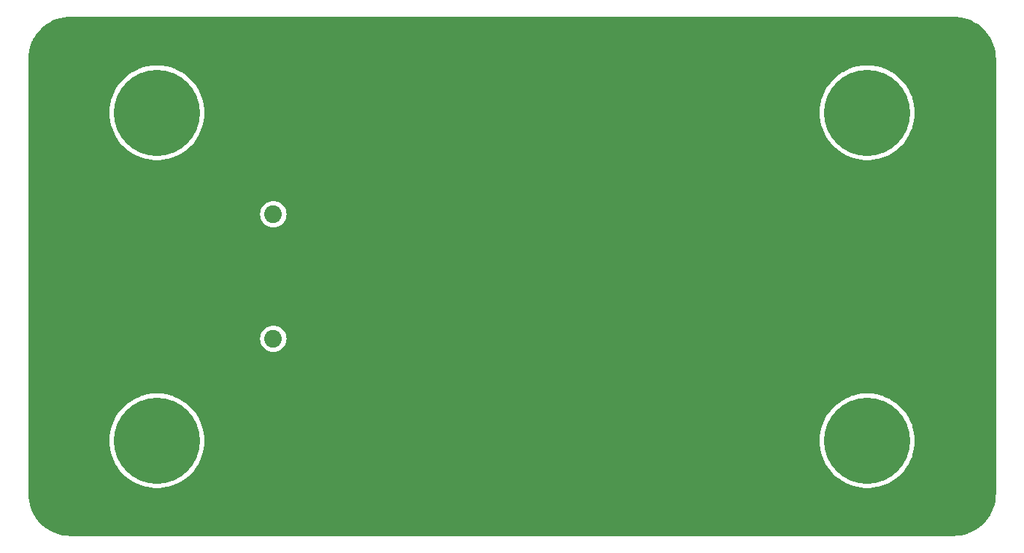
<source format=gtl>
G04 #@! TF.GenerationSoftware,KiCad,Pcbnew,7.0.7*
G04 #@! TF.CreationDate,2023-09-14T15:12:29+02:00*
G04 #@! TF.ProjectId,5uH_LISN,3575485f-4c49-4534-9e2e-6b696361645f,V1 R0*
G04 #@! TF.SameCoordinates,Original*
G04 #@! TF.FileFunction,Copper,L1,Top*
G04 #@! TF.FilePolarity,Positive*
%FSLAX46Y46*%
G04 Gerber Fmt 4.6, Leading zero omitted, Abs format (unit mm)*
G04 Created by KiCad (PCBNEW 7.0.7) date 2023-09-14 15:12:29*
%MOMM*%
%LPD*%
G01*
G04 APERTURE LIST*
G04 #@! TA.AperFunction,ComponentPad*
%ADD10C,2.050000*%
G04 #@! TD*
G04 #@! TA.AperFunction,ComponentPad*
%ADD11C,2.250000*%
G04 #@! TD*
G04 #@! TA.AperFunction,ComponentPad*
%ADD12C,10.000000*%
G04 #@! TD*
G04 #@! TA.AperFunction,ComponentPad*
%ADD13C,8.000000*%
G04 #@! TD*
G04 #@! TA.AperFunction,ViaPad*
%ADD14C,0.900000*%
G04 #@! TD*
G04 #@! TA.AperFunction,ViaPad*
%ADD15C,0.800000*%
G04 #@! TD*
G04 APERTURE END LIST*
D10*
X128576000Y-103005500D03*
D11*
X126036000Y-100465500D03*
X131116000Y-105545500D03*
X126036000Y-105545500D03*
X131116000Y-100465500D03*
D10*
X128576000Y-117462000D03*
D11*
X126036000Y-114922000D03*
X126036000Y-120002000D03*
X131116000Y-120002000D03*
X131116000Y-114922000D03*
D12*
X115076000Y-110262000D03*
D13*
X105226000Y-135462000D03*
X105226000Y-84962000D03*
X207326000Y-84962000D03*
X207326000Y-135462000D03*
D12*
X115076000Y-91202000D03*
X115076000Y-129322000D03*
X197476000Y-110262000D03*
X197476000Y-91202000D03*
X197476000Y-129322000D03*
D14*
X111252000Y-81026000D03*
X113792000Y-81026000D03*
X116332000Y-81026000D03*
X118872000Y-81026000D03*
X121412000Y-81026000D03*
X123952000Y-81026000D03*
X126492000Y-81026000D03*
X129032000Y-81026000D03*
X131572000Y-81026000D03*
X134112000Y-81026000D03*
X136652000Y-81026000D03*
X139192000Y-81026000D03*
X141732000Y-81026000D03*
X144272000Y-81026000D03*
X146812000Y-81026000D03*
X149352000Y-81026000D03*
X151892000Y-81026000D03*
X154432000Y-81026000D03*
X156972000Y-81026000D03*
X159512000Y-81026000D03*
X162052000Y-81026000D03*
X164592000Y-81026000D03*
X167132000Y-81026000D03*
X169672000Y-81026000D03*
X172212000Y-81026000D03*
X174752000Y-81026000D03*
X177292000Y-81026000D03*
X179832000Y-81026000D03*
X182372000Y-81026000D03*
X184912000Y-81026000D03*
X187452000Y-81026000D03*
X189992000Y-81026000D03*
X192532000Y-81026000D03*
X195072000Y-81026000D03*
X197612000Y-81026000D03*
X200152000Y-81026000D03*
X202692000Y-81026000D03*
X172720000Y-139192000D03*
X175260000Y-139192000D03*
X127000000Y-139192000D03*
X162560000Y-139192000D03*
X165100000Y-139192000D03*
X187960000Y-139192000D03*
X190500000Y-139192000D03*
X119380000Y-139192000D03*
X132080000Y-139192000D03*
X134620000Y-139192000D03*
X142240000Y-139192000D03*
X144780000Y-139192000D03*
X147320000Y-139192000D03*
X149860000Y-139192000D03*
X121920000Y-139192000D03*
X177800000Y-139192000D03*
X180340000Y-139192000D03*
X203200000Y-139192000D03*
X114300000Y-139192000D03*
X116840000Y-139192000D03*
X109220000Y-139192000D03*
X193040000Y-139192000D03*
X195580000Y-139192000D03*
X182880000Y-139192000D03*
X185420000Y-139192000D03*
X167640000Y-139192000D03*
X170180000Y-139192000D03*
X152400000Y-139192000D03*
X154940000Y-139192000D03*
X129540000Y-139192000D03*
X198120000Y-139192000D03*
X200660000Y-139192000D03*
X124460000Y-139192000D03*
X111760000Y-139192000D03*
X137160000Y-139192000D03*
X139700000Y-139192000D03*
X157480000Y-139192000D03*
X160020000Y-139192000D03*
X165354000Y-110236000D03*
X167894000Y-110236000D03*
X155194000Y-110236000D03*
X157734000Y-110236000D03*
X180594000Y-110236000D03*
X183134000Y-110236000D03*
X127254000Y-110236000D03*
X134874000Y-110236000D03*
X137414000Y-110236000D03*
X139954000Y-110236000D03*
X142494000Y-110236000D03*
X170434000Y-110236000D03*
X172974000Y-110236000D03*
X185674000Y-110236000D03*
X188214000Y-110236000D03*
X175514000Y-110236000D03*
X178054000Y-110236000D03*
X160274000Y-110236000D03*
X162814000Y-110236000D03*
X145034000Y-110236000D03*
X147574000Y-110236000D03*
X190754000Y-110236000D03*
X129794000Y-110236000D03*
X132334000Y-110236000D03*
X150114000Y-110236000D03*
X152654000Y-110236000D03*
D15*
X160274000Y-98298000D03*
X162814000Y-98298000D03*
X137414000Y-98298000D03*
X172974000Y-98298000D03*
X170434000Y-98298000D03*
X165354000Y-98298000D03*
X157734000Y-98298000D03*
X152654000Y-98298000D03*
X127254000Y-98298000D03*
X139954000Y-98298000D03*
X142494000Y-98298000D03*
X145034000Y-98298000D03*
X147574000Y-98298000D03*
X167894000Y-98298000D03*
X180594000Y-98298000D03*
X124714000Y-98298000D03*
X132334000Y-98298000D03*
X150114000Y-98298000D03*
X129794000Y-98298000D03*
X134874000Y-98298000D03*
X155194000Y-98298000D03*
X175514000Y-98298000D03*
X178054000Y-98298000D03*
X183134000Y-98298000D03*
X162814000Y-122174000D03*
X178054000Y-122174000D03*
X183134000Y-122174000D03*
X165354000Y-122174000D03*
X170434000Y-122174000D03*
X180594000Y-122174000D03*
X124714000Y-122174000D03*
X172974000Y-122174000D03*
X160274000Y-122174000D03*
X157734000Y-122174000D03*
X155194000Y-122174000D03*
X175514000Y-122174000D03*
X129794000Y-122174000D03*
X134874000Y-122174000D03*
X152654000Y-122174000D03*
X139954000Y-122174000D03*
X137414000Y-122174000D03*
X142494000Y-122174000D03*
X147574000Y-122174000D03*
X167894000Y-122174000D03*
X127254000Y-122174000D03*
X132334000Y-122174000D03*
X150114000Y-122174000D03*
X145034000Y-122174000D03*
D14*
X211328000Y-88392000D03*
X211328000Y-90932000D03*
X211328000Y-93472000D03*
X211328000Y-96012000D03*
X211328000Y-98552000D03*
X211328000Y-101092000D03*
X211328000Y-103632000D03*
X211328000Y-106172000D03*
X211328000Y-108712000D03*
X211328000Y-111252000D03*
X211328000Y-113792000D03*
X211328000Y-116332000D03*
X211328000Y-118872000D03*
X211328000Y-121412000D03*
X211328000Y-123952000D03*
X211328000Y-126492000D03*
X211328000Y-129032000D03*
X211328000Y-131572000D03*
X101346000Y-108712000D03*
X101346000Y-118872000D03*
X101346000Y-121412000D03*
X101346000Y-129032000D03*
X101346000Y-131572000D03*
X101346000Y-93472000D03*
X101346000Y-98552000D03*
X101346000Y-111252000D03*
X101346000Y-103632000D03*
X101346000Y-96012000D03*
X101346000Y-101092000D03*
X101346000Y-123952000D03*
X101346000Y-126492000D03*
X101346000Y-106172000D03*
X101346000Y-113792000D03*
X101346000Y-116332000D03*
X101346000Y-88392000D03*
X101346000Y-90932000D03*
D15*
X185420000Y-98298000D03*
X185420000Y-122174000D03*
X195834000Y-98285300D03*
X195834000Y-100825300D03*
X195834000Y-103365300D03*
X195823840Y-122204480D03*
X195823840Y-117124480D03*
X195823840Y-119664480D03*
X123576000Y-108460540D03*
X123565840Y-112059720D03*
X123576000Y-103380540D03*
X123576000Y-100840540D03*
X123576000Y-105920540D03*
X123565840Y-119679720D03*
X123565840Y-117139720D03*
X123576000Y-110251240D03*
X123565840Y-114599720D03*
D14*
X135726000Y-120412000D03*
X205076000Y-130462000D03*
X103226000Y-90932000D03*
X103226000Y-111252000D03*
X105576000Y-132462000D03*
X133876000Y-120412000D03*
X185676000Y-114662000D03*
X182880000Y-137362000D03*
X141676000Y-105862000D03*
X209226000Y-113782000D03*
X103576000Y-132962000D03*
X210076000Y-85962000D03*
X199076000Y-122462000D03*
X159676000Y-105812000D03*
X148276000Y-105812000D03*
X116840000Y-137362000D03*
X152400000Y-137362000D03*
X108076000Y-85962000D03*
X175876000Y-114662000D03*
X185676000Y-105812000D03*
X174876000Y-105812000D03*
X207576000Y-81962000D03*
X210076000Y-83962000D03*
X118872000Y-82962000D03*
X169826000Y-106462000D03*
X205076000Y-92962000D03*
X151776000Y-106012000D03*
X200076000Y-97962000D03*
X147276000Y-114662000D03*
X119526000Y-116612000D03*
X114876000Y-116612000D03*
X210076000Y-136462000D03*
X150276000Y-105812000D03*
X102576000Y-134462000D03*
X102576000Y-136462000D03*
X123952000Y-82962000D03*
X156972000Y-82962000D03*
X191076000Y-108762000D03*
X151776000Y-120512000D03*
X105026000Y-105112000D03*
X103576000Y-87462000D03*
X142240000Y-137362000D03*
X139676000Y-105862000D03*
X157480000Y-137362000D03*
X167826000Y-120512000D03*
X103226000Y-118872000D03*
X144780000Y-137362000D03*
X195072000Y-82962000D03*
X111760000Y-137362000D03*
X131572000Y-82962000D03*
X209226000Y-93462000D03*
X198120000Y-137362000D03*
X119380000Y-137362000D03*
X127000000Y-137362000D03*
X105576000Y-138462000D03*
X102576000Y-85962000D03*
X179832000Y-82962000D03*
X113926000Y-103962000D03*
X108076000Y-136462000D03*
X102576000Y-83962000D03*
X168876000Y-120512000D03*
X209226000Y-116322000D03*
X106926000Y-115412000D03*
X103226000Y-113792000D03*
X189992000Y-82962000D03*
X135676000Y-105962000D03*
X180340000Y-137362000D03*
X209226000Y-111242000D03*
X182372000Y-82962000D03*
X116332000Y-82962000D03*
X148276000Y-114662000D03*
X108826000Y-105112000D03*
X209226000Y-121402000D03*
X105576000Y-87962000D03*
X109776000Y-105112000D03*
X205076000Y-127962000D03*
X197612000Y-82962000D03*
X183676000Y-114662000D03*
X204576000Y-83962000D03*
X185420000Y-137362000D03*
X105026000Y-115412000D03*
X209226000Y-108702000D03*
X203200000Y-137362000D03*
X136652000Y-82962000D03*
X205576000Y-132962000D03*
X177876000Y-105812000D03*
X175260000Y-137362000D03*
X162052000Y-82962000D03*
X202576000Y-97962000D03*
X121426000Y-116612000D03*
X147276000Y-105812000D03*
X137160000Y-137362000D03*
X149276000Y-114662000D03*
X172212000Y-82962000D03*
X165100000Y-137362000D03*
X121920000Y-137362000D03*
X103226000Y-93472000D03*
X174752000Y-82962000D03*
X197576000Y-97962000D03*
X205076000Y-125462000D03*
X202692000Y-82962000D03*
X151892000Y-82962000D03*
X187960000Y-137362000D03*
X103576000Y-137962000D03*
X107076000Y-132962000D03*
X114300000Y-137362000D03*
X141732000Y-82962000D03*
X149860000Y-137362000D03*
X103226000Y-101092000D03*
X209226000Y-123942000D03*
X176876000Y-114662000D03*
X204076000Y-124462000D03*
X149352000Y-82962000D03*
X200660000Y-137362000D03*
X134112000Y-82962000D03*
X187452000Y-82962000D03*
X161676000Y-114662000D03*
X195580000Y-137362000D03*
X172720000Y-137362000D03*
X205076000Y-90462000D03*
X190026000Y-111712000D03*
X177800000Y-137362000D03*
X103226000Y-126492000D03*
X174876000Y-114662000D03*
X168776000Y-106462000D03*
X153576000Y-120512000D03*
X205076000Y-95462000D03*
X188976000Y-111712000D03*
X154432000Y-82962000D03*
X176876000Y-105812000D03*
X167726000Y-106462000D03*
X167132000Y-82962000D03*
X177876000Y-114662000D03*
X167640000Y-137362000D03*
X126492000Y-82962000D03*
X115826000Y-103962000D03*
X164592000Y-82962000D03*
X114876000Y-103962000D03*
X140676000Y-114712000D03*
X204576000Y-134462000D03*
X159676000Y-114662000D03*
X129032000Y-82962000D03*
X205576000Y-87462000D03*
X162676000Y-114662000D03*
X103226000Y-121412000D03*
X108076000Y-83962000D03*
X205576000Y-82462000D03*
X205576000Y-137962000D03*
X210076000Y-134462000D03*
X144272000Y-82962000D03*
X161676000Y-105812000D03*
X197076000Y-122462000D03*
X201076000Y-122462000D03*
X209226000Y-129022000D03*
X106926000Y-105112000D03*
X188976000Y-108762000D03*
X146812000Y-82962000D03*
X129540000Y-137362000D03*
X184676000Y-114662000D03*
X108712000Y-82962000D03*
X207576000Y-132462000D03*
X108826000Y-115412000D03*
X209226000Y-98542000D03*
X103226000Y-108712000D03*
X162560000Y-137362000D03*
X105976000Y-105112000D03*
X140676000Y-105862000D03*
X139192000Y-82962000D03*
X107076000Y-82462000D03*
X138676000Y-105862000D03*
X108076000Y-134462000D03*
X200152000Y-82962000D03*
X103576000Y-82462000D03*
X160676000Y-114662000D03*
X209226000Y-90922000D03*
X107876000Y-105112000D03*
X209076000Y-87462000D03*
X162676000Y-105812000D03*
X209226000Y-106162000D03*
X184676000Y-105812000D03*
X183676000Y-105812000D03*
X209226000Y-96002000D03*
X209226000Y-118862000D03*
X105976000Y-115412000D03*
X107076000Y-87462000D03*
X169672000Y-82962000D03*
X109220000Y-137362000D03*
X193040000Y-137362000D03*
X209226000Y-101082000D03*
X170180000Y-137362000D03*
X190500000Y-137362000D03*
X192532000Y-82962000D03*
X177292000Y-82962000D03*
X203076000Y-122462000D03*
X109776000Y-115412000D03*
X160020000Y-137362000D03*
X111252000Y-82962000D03*
X209076000Y-82462000D03*
X107076000Y-137962000D03*
X138676000Y-114712000D03*
X108712000Y-81026000D03*
X209076000Y-137962000D03*
X141676000Y-114712000D03*
X207576000Y-138462000D03*
X159512000Y-82962000D03*
X150276000Y-114662000D03*
X160676000Y-105812000D03*
X113792000Y-82962000D03*
X175876000Y-105812000D03*
X120526000Y-103962000D03*
X120476000Y-116612000D03*
X169926000Y-120512000D03*
X107876000Y-115412000D03*
X190026000Y-108762000D03*
X139676000Y-114712000D03*
X204576000Y-136462000D03*
X191076000Y-111712000D03*
X184912000Y-82962000D03*
X133876000Y-105962000D03*
X113926000Y-116612000D03*
X153576000Y-106012000D03*
X103226000Y-103632000D03*
X149276000Y-105812000D03*
X154940000Y-137362000D03*
X209226000Y-103622000D03*
X119576000Y-103962000D03*
X134620000Y-137362000D03*
X139700000Y-137362000D03*
X115826000Y-116612000D03*
X103226000Y-116332000D03*
X121476000Y-103962000D03*
X103226000Y-123952000D03*
X103226000Y-106172000D03*
X103226000Y-129032000D03*
X147320000Y-137362000D03*
X121412000Y-82962000D03*
X105576000Y-81962000D03*
X132080000Y-137362000D03*
X186676000Y-114662000D03*
X209076000Y-132962000D03*
X204576000Y-85962000D03*
X103226000Y-98552000D03*
X209226000Y-126482000D03*
X186676000Y-105812000D03*
X124460000Y-137362000D03*
X103226000Y-96012000D03*
X207576000Y-87962000D03*
G04 #@! TA.AperFunction,Conductor*
G36*
X207899775Y-80056002D02*
G01*
X207910578Y-80056947D01*
X208325740Y-80111604D01*
X208336439Y-80113491D01*
X208745258Y-80204124D01*
X208755739Y-80206932D01*
X209155113Y-80332855D01*
X209165291Y-80336560D01*
X209552174Y-80496811D01*
X209562001Y-80501395D01*
X209747716Y-80598072D01*
X209933440Y-80694754D01*
X209942832Y-80700177D01*
X210295992Y-80925165D01*
X210304881Y-80931388D01*
X210637099Y-81186308D01*
X210645414Y-81193286D01*
X210954137Y-81476179D01*
X210961820Y-81483862D01*
X211244713Y-81792585D01*
X211251693Y-81800902D01*
X211506607Y-82133114D01*
X211512834Y-82142007D01*
X211737815Y-82495155D01*
X211743249Y-82504566D01*
X211936604Y-82875998D01*
X211941192Y-82885836D01*
X212036296Y-83115438D01*
X212101436Y-83272701D01*
X212105148Y-83282899D01*
X212185900Y-83539011D01*
X212231064Y-83682252D01*
X212233877Y-83692748D01*
X212324508Y-84101560D01*
X212326395Y-84112261D01*
X212381051Y-84527412D01*
X212381998Y-84538238D01*
X212400500Y-84962000D01*
X212400500Y-135462000D01*
X212381998Y-135885761D01*
X212381051Y-135896587D01*
X212326395Y-136311738D01*
X212324508Y-136322439D01*
X212233877Y-136731251D01*
X212231064Y-136741747D01*
X212105153Y-137141087D01*
X212101436Y-137151298D01*
X211941197Y-137538153D01*
X211936604Y-137548001D01*
X211743249Y-137919433D01*
X211737815Y-137928844D01*
X211512834Y-138281992D01*
X211506602Y-138290893D01*
X211251699Y-138623090D01*
X211244713Y-138631414D01*
X210961820Y-138940137D01*
X210954137Y-138947820D01*
X210645414Y-139230713D01*
X210637090Y-139237699D01*
X210304893Y-139492602D01*
X210295992Y-139498834D01*
X209942844Y-139723815D01*
X209933433Y-139729249D01*
X209562001Y-139922604D01*
X209552153Y-139927197D01*
X209165298Y-140087436D01*
X209155092Y-140091150D01*
X209035222Y-140128945D01*
X208755747Y-140217064D01*
X208745251Y-140219877D01*
X208336439Y-140310508D01*
X208325738Y-140312395D01*
X207910587Y-140367051D01*
X207899761Y-140367998D01*
X207476000Y-140386500D01*
X105076000Y-140386500D01*
X104652238Y-140367998D01*
X104641412Y-140367051D01*
X104226261Y-140312395D01*
X104215560Y-140310508D01*
X103806748Y-140219877D01*
X103796252Y-140217064D01*
X103653011Y-140171900D01*
X103396899Y-140091148D01*
X103386701Y-140087436D01*
X103237612Y-140025682D01*
X102999836Y-139927192D01*
X102989998Y-139922604D01*
X102618566Y-139729249D01*
X102609160Y-139723818D01*
X102408872Y-139596220D01*
X102256007Y-139498834D01*
X102247114Y-139492607D01*
X101914902Y-139237693D01*
X101906585Y-139230713D01*
X101597862Y-138947820D01*
X101590179Y-138940137D01*
X101307286Y-138631414D01*
X101300308Y-138623099D01*
X101045388Y-138290881D01*
X101039165Y-138281992D01*
X100814177Y-137928832D01*
X100808750Y-137919433D01*
X100615395Y-137548001D01*
X100610811Y-137538174D01*
X100450560Y-137151291D01*
X100446855Y-137141113D01*
X100320932Y-136741739D01*
X100318122Y-136731251D01*
X100227491Y-136322439D01*
X100225604Y-136311738D01*
X100170948Y-135896586D01*
X100170002Y-135885775D01*
X100151500Y-135462000D01*
X100151500Y-135437469D01*
X100151500Y-129322000D01*
X109570539Y-129322000D01*
X109590372Y-129788896D01*
X109590373Y-129788903D01*
X109590373Y-129788904D01*
X109649730Y-130252425D01*
X109649730Y-130252426D01*
X109748181Y-130709244D01*
X109748181Y-130709243D01*
X109748182Y-130709247D01*
X109748184Y-130709255D01*
X109823579Y-130955446D01*
X109885022Y-131156080D01*
X109885024Y-131156085D01*
X109885025Y-131156088D01*
X110059267Y-131589706D01*
X110269655Y-132006985D01*
X110269656Y-132006987D01*
X110269655Y-132006987D01*
X110514672Y-132404919D01*
X110792554Y-132780642D01*
X110792554Y-132780641D01*
X111101291Y-133131434D01*
X111438684Y-133454800D01*
X111802268Y-133748373D01*
X111802268Y-133748374D01*
X112189444Y-134010058D01*
X112189447Y-134010060D01*
X112307789Y-134076169D01*
X112597416Y-134237966D01*
X112597415Y-134237965D01*
X112597418Y-134237966D01*
X112597421Y-134237968D01*
X113023253Y-134430457D01*
X113317001Y-134534244D01*
X113463878Y-134586140D01*
X113916106Y-134703891D01*
X113916107Y-134703891D01*
X113916113Y-134703892D01*
X114376708Y-134782869D01*
X114842342Y-134822500D01*
X114842346Y-134822500D01*
X115309654Y-134822500D01*
X115309658Y-134822500D01*
X115775292Y-134782869D01*
X116235887Y-134703892D01*
X116235886Y-134703892D01*
X116235893Y-134703891D01*
X116235894Y-134703891D01*
X116688122Y-134586140D01*
X116834998Y-134534244D01*
X117128747Y-134430457D01*
X117554579Y-134237968D01*
X117554581Y-134237966D01*
X117554585Y-134237965D01*
X117554584Y-134237966D01*
X117844210Y-134076170D01*
X117962553Y-134010060D01*
X117962556Y-134010058D01*
X118349732Y-133748374D01*
X118349732Y-133748373D01*
X118713316Y-133454800D01*
X119050709Y-133131434D01*
X119359446Y-132780641D01*
X119359446Y-132780642D01*
X119637328Y-132404919D01*
X119882345Y-132006987D01*
X119882344Y-132006987D01*
X119882345Y-132006985D01*
X120092733Y-131589706D01*
X120266975Y-131156088D01*
X120266975Y-131156085D01*
X120266978Y-131156080D01*
X120328420Y-130955446D01*
X120403816Y-130709255D01*
X120403817Y-130709247D01*
X120403819Y-130709243D01*
X120403819Y-130709244D01*
X120502270Y-130252426D01*
X120502270Y-130252425D01*
X120561627Y-129788904D01*
X120561627Y-129788903D01*
X120561628Y-129788896D01*
X120581461Y-129322000D01*
X191970539Y-129322000D01*
X191990372Y-129788896D01*
X191990373Y-129788903D01*
X191990373Y-129788904D01*
X192049730Y-130252425D01*
X192049730Y-130252426D01*
X192148181Y-130709244D01*
X192148181Y-130709243D01*
X192148182Y-130709247D01*
X192148184Y-130709255D01*
X192223579Y-130955446D01*
X192285022Y-131156080D01*
X192285024Y-131156085D01*
X192285025Y-131156088D01*
X192459267Y-131589706D01*
X192669655Y-132006985D01*
X192669656Y-132006987D01*
X192669655Y-132006987D01*
X192914672Y-132404919D01*
X193192554Y-132780642D01*
X193192554Y-132780641D01*
X193501291Y-133131434D01*
X193838684Y-133454800D01*
X194202268Y-133748373D01*
X194202268Y-133748374D01*
X194589444Y-134010058D01*
X194589447Y-134010060D01*
X194707789Y-134076169D01*
X194997416Y-134237966D01*
X194997415Y-134237965D01*
X194997418Y-134237966D01*
X194997421Y-134237968D01*
X195423253Y-134430457D01*
X195717001Y-134534244D01*
X195863878Y-134586140D01*
X196316106Y-134703891D01*
X196316107Y-134703891D01*
X196316113Y-134703892D01*
X196776708Y-134782869D01*
X197242342Y-134822500D01*
X197242346Y-134822500D01*
X197709654Y-134822500D01*
X197709658Y-134822500D01*
X198175292Y-134782869D01*
X198635887Y-134703892D01*
X198635886Y-134703892D01*
X198635893Y-134703891D01*
X198635894Y-134703891D01*
X199088122Y-134586140D01*
X199234998Y-134534244D01*
X199528747Y-134430457D01*
X199954579Y-134237968D01*
X199954581Y-134237966D01*
X199954585Y-134237965D01*
X199954584Y-134237966D01*
X200244210Y-134076170D01*
X200362553Y-134010060D01*
X200362556Y-134010058D01*
X200749732Y-133748374D01*
X200749732Y-133748373D01*
X201113316Y-133454800D01*
X201450709Y-133131434D01*
X201759446Y-132780641D01*
X201759446Y-132780642D01*
X202037328Y-132404919D01*
X202282345Y-132006987D01*
X202282344Y-132006987D01*
X202282345Y-132006985D01*
X202492733Y-131589706D01*
X202666975Y-131156088D01*
X202666975Y-131156085D01*
X202666978Y-131156080D01*
X202728420Y-130955446D01*
X202803816Y-130709255D01*
X202803817Y-130709247D01*
X202803819Y-130709243D01*
X202803819Y-130709244D01*
X202902270Y-130252426D01*
X202902270Y-130252425D01*
X202961627Y-129788904D01*
X202961627Y-129788903D01*
X202961628Y-129788896D01*
X202981461Y-129322000D01*
X202961628Y-128855104D01*
X202902270Y-128391573D01*
X202803819Y-127934757D01*
X202803818Y-127934756D01*
X202803817Y-127934752D01*
X202803816Y-127934745D01*
X202728420Y-127688553D01*
X202666978Y-127487920D01*
X202666975Y-127487912D01*
X202492733Y-127054294D01*
X202282345Y-126637015D01*
X202282344Y-126637013D01*
X202282345Y-126637013D01*
X202037328Y-126239081D01*
X201759446Y-125863358D01*
X201759446Y-125863359D01*
X201450709Y-125512566D01*
X201113316Y-125189200D01*
X200749732Y-124895627D01*
X200749732Y-124895626D01*
X200362556Y-124633942D01*
X200362555Y-124633941D01*
X200362553Y-124633940D01*
X200244210Y-124567829D01*
X199954584Y-124406034D01*
X199954585Y-124406035D01*
X199954581Y-124406033D01*
X199954579Y-124406032D01*
X199528747Y-124213543D01*
X199234998Y-124109755D01*
X199088122Y-124057860D01*
X198635894Y-123940109D01*
X198635893Y-123940109D01*
X198569646Y-123928749D01*
X198175292Y-123861131D01*
X197709658Y-123821500D01*
X197242342Y-123821500D01*
X196776708Y-123861131D01*
X196382353Y-123928749D01*
X196316107Y-123940109D01*
X196316106Y-123940109D01*
X195863878Y-124057860D01*
X195717001Y-124109755D01*
X195423253Y-124213543D01*
X194997421Y-124406032D01*
X194997418Y-124406033D01*
X194997415Y-124406035D01*
X194997416Y-124406034D01*
X194707789Y-124567830D01*
X194589447Y-124633940D01*
X194589444Y-124633941D01*
X194589444Y-124633942D01*
X194202268Y-124895626D01*
X194202268Y-124895627D01*
X193838684Y-125189200D01*
X193501291Y-125512566D01*
X193192554Y-125863359D01*
X193192554Y-125863358D01*
X192914672Y-126239081D01*
X192669655Y-126637013D01*
X192669656Y-126637013D01*
X192669655Y-126637015D01*
X192459267Y-127054294D01*
X192285025Y-127487912D01*
X192285022Y-127487920D01*
X192223579Y-127688553D01*
X192148184Y-127934745D01*
X192148182Y-127934752D01*
X192148182Y-127934756D01*
X192049730Y-128391573D01*
X191990372Y-128855104D01*
X191970539Y-129322000D01*
X120581461Y-129322000D01*
X120561628Y-128855104D01*
X120502270Y-128391573D01*
X120403819Y-127934757D01*
X120403818Y-127934756D01*
X120403817Y-127934752D01*
X120403816Y-127934745D01*
X120328420Y-127688553D01*
X120266978Y-127487920D01*
X120266975Y-127487912D01*
X120092733Y-127054294D01*
X119882345Y-126637015D01*
X119882344Y-126637013D01*
X119882345Y-126637013D01*
X119637328Y-126239081D01*
X119359446Y-125863358D01*
X119359446Y-125863359D01*
X119050709Y-125512566D01*
X118713316Y-125189200D01*
X118349732Y-124895627D01*
X118349732Y-124895626D01*
X117962556Y-124633942D01*
X117962555Y-124633941D01*
X117962553Y-124633940D01*
X117844210Y-124567830D01*
X117554584Y-124406034D01*
X117554585Y-124406035D01*
X117554581Y-124406033D01*
X117554579Y-124406032D01*
X117128747Y-124213543D01*
X116834998Y-124109755D01*
X116688122Y-124057860D01*
X116235894Y-123940109D01*
X116235893Y-123940109D01*
X116169646Y-123928749D01*
X115775292Y-123861131D01*
X115309658Y-123821500D01*
X114842342Y-123821500D01*
X114376708Y-123861131D01*
X113982353Y-123928749D01*
X113916107Y-123940109D01*
X113916106Y-123940109D01*
X113463878Y-124057860D01*
X113317001Y-124109755D01*
X113023253Y-124213543D01*
X112597421Y-124406032D01*
X112597418Y-124406033D01*
X112597415Y-124406035D01*
X112597416Y-124406034D01*
X112307789Y-124567830D01*
X112189447Y-124633940D01*
X112189444Y-124633941D01*
X112189444Y-124633942D01*
X111802268Y-124895626D01*
X111802268Y-124895627D01*
X111438684Y-125189200D01*
X111101291Y-125512566D01*
X110792554Y-125863359D01*
X110792554Y-125863358D01*
X110514672Y-126239081D01*
X110269655Y-126637013D01*
X110269656Y-126637013D01*
X110269655Y-126637015D01*
X110059267Y-127054294D01*
X109885025Y-127487912D01*
X109885022Y-127487920D01*
X109823579Y-127688553D01*
X109748184Y-127934745D01*
X109748182Y-127934752D01*
X109748182Y-127934756D01*
X109649730Y-128391573D01*
X109590372Y-128855104D01*
X109570539Y-129322000D01*
X100151500Y-129322000D01*
X100151500Y-117462004D01*
X127045783Y-117462004D01*
X127064621Y-117701372D01*
X127064622Y-117701379D01*
X127120676Y-117934862D01*
X127120677Y-117934863D01*
X127212567Y-118156704D01*
X127338028Y-118361439D01*
X127493973Y-118544027D01*
X127676561Y-118699972D01*
X127881296Y-118825433D01*
X128103135Y-118917322D01*
X128103137Y-118917323D01*
X128336620Y-118973377D01*
X128336627Y-118973378D01*
X128575996Y-118992217D01*
X128576000Y-118992217D01*
X128576004Y-118992217D01*
X128815372Y-118973378D01*
X128815379Y-118973377D01*
X129048863Y-118917323D01*
X129270704Y-118825433D01*
X129475439Y-118699972D01*
X129658027Y-118544027D01*
X129813972Y-118361439D01*
X129939433Y-118156704D01*
X130031323Y-117934863D01*
X130087377Y-117701379D01*
X130106217Y-117462000D01*
X130106217Y-117461995D01*
X130087378Y-117222627D01*
X130087377Y-117222620D01*
X130031323Y-116989137D01*
X130031322Y-116989135D01*
X129939433Y-116767296D01*
X129813972Y-116562561D01*
X129658027Y-116379973D01*
X129475439Y-116224028D01*
X129270704Y-116098567D01*
X129159783Y-116052622D01*
X129048864Y-116006677D01*
X129048862Y-116006676D01*
X128815379Y-115950622D01*
X128815372Y-115950621D01*
X128576004Y-115931783D01*
X128575996Y-115931783D01*
X128336627Y-115950621D01*
X128336620Y-115950622D01*
X128103137Y-116006676D01*
X128103135Y-116006677D01*
X127881296Y-116098567D01*
X127676562Y-116224027D01*
X127493976Y-116379970D01*
X127493970Y-116379976D01*
X127338027Y-116562562D01*
X127212567Y-116767296D01*
X127120677Y-116989135D01*
X127120676Y-116989137D01*
X127064622Y-117222620D01*
X127064621Y-117222627D01*
X127045783Y-117461995D01*
X127045783Y-117462004D01*
X100151500Y-117462004D01*
X100151500Y-103005504D01*
X127045783Y-103005504D01*
X127064621Y-103244872D01*
X127064622Y-103244879D01*
X127120676Y-103478362D01*
X127120677Y-103478363D01*
X127212567Y-103700204D01*
X127338028Y-103904939D01*
X127493973Y-104087527D01*
X127676561Y-104243472D01*
X127881296Y-104368933D01*
X128103135Y-104460822D01*
X128103137Y-104460823D01*
X128336620Y-104516877D01*
X128336627Y-104516878D01*
X128575996Y-104535717D01*
X128576000Y-104535717D01*
X128576004Y-104535717D01*
X128815372Y-104516878D01*
X128815379Y-104516877D01*
X128815378Y-104516876D01*
X129048863Y-104460823D01*
X129270704Y-104368933D01*
X129475439Y-104243472D01*
X129658027Y-104087527D01*
X129813972Y-103904939D01*
X129939433Y-103700204D01*
X130031323Y-103478363D01*
X130087377Y-103244879D01*
X130106217Y-103005500D01*
X130106217Y-103005495D01*
X130087378Y-102766127D01*
X130087377Y-102766120D01*
X130031323Y-102532637D01*
X130031322Y-102532635D01*
X129939433Y-102310796D01*
X129813972Y-102106061D01*
X129658027Y-101923473D01*
X129475439Y-101767528D01*
X129270704Y-101642067D01*
X129159783Y-101596121D01*
X129048864Y-101550177D01*
X129048862Y-101550176D01*
X128815379Y-101494122D01*
X128815372Y-101494121D01*
X128576004Y-101475283D01*
X128575996Y-101475283D01*
X128336627Y-101494121D01*
X128336620Y-101494122D01*
X128103137Y-101550176D01*
X128103135Y-101550177D01*
X127881296Y-101642067D01*
X127676562Y-101767527D01*
X127493976Y-101923470D01*
X127493970Y-101923476D01*
X127338027Y-102106062D01*
X127212567Y-102310796D01*
X127120677Y-102532635D01*
X127120676Y-102532637D01*
X127064622Y-102766120D01*
X127064621Y-102766127D01*
X127045783Y-103005495D01*
X127045783Y-103005504D01*
X100151500Y-103005504D01*
X100151500Y-91202000D01*
X109570539Y-91202000D01*
X109590372Y-91668896D01*
X109590373Y-91668903D01*
X109590373Y-91668904D01*
X109649730Y-92132425D01*
X109649730Y-92132426D01*
X109748181Y-92589244D01*
X109748181Y-92589243D01*
X109748182Y-92589247D01*
X109748184Y-92589255D01*
X109823579Y-92835446D01*
X109885022Y-93036080D01*
X109885024Y-93036085D01*
X109885025Y-93036088D01*
X110059267Y-93469706D01*
X110269655Y-93886985D01*
X110269656Y-93886987D01*
X110269655Y-93886987D01*
X110514672Y-94284919D01*
X110792554Y-94660642D01*
X110792554Y-94660641D01*
X111101291Y-95011434D01*
X111438684Y-95334800D01*
X111802268Y-95628373D01*
X111802268Y-95628374D01*
X112189444Y-95890058D01*
X112189447Y-95890060D01*
X112307789Y-95956169D01*
X112597416Y-96117966D01*
X112597415Y-96117965D01*
X112597418Y-96117966D01*
X112597421Y-96117968D01*
X113023253Y-96310457D01*
X113317001Y-96414245D01*
X113463878Y-96466140D01*
X113916106Y-96583891D01*
X113916107Y-96583891D01*
X113916113Y-96583892D01*
X114376708Y-96662869D01*
X114842342Y-96702500D01*
X114842346Y-96702500D01*
X115309654Y-96702500D01*
X115309658Y-96702500D01*
X115775292Y-96662869D01*
X116235887Y-96583892D01*
X116235886Y-96583892D01*
X116235893Y-96583891D01*
X116235894Y-96583891D01*
X116688122Y-96466140D01*
X116834998Y-96414245D01*
X117128747Y-96310457D01*
X117554579Y-96117968D01*
X117554581Y-96117966D01*
X117554585Y-96117965D01*
X117554584Y-96117966D01*
X117844210Y-95956169D01*
X117962553Y-95890060D01*
X117962556Y-95890058D01*
X118349732Y-95628374D01*
X118349732Y-95628373D01*
X118713316Y-95334800D01*
X119050709Y-95011434D01*
X119359446Y-94660641D01*
X119359446Y-94660642D01*
X119637328Y-94284919D01*
X119882345Y-93886987D01*
X119882344Y-93886987D01*
X119882345Y-93886985D01*
X120092733Y-93469706D01*
X120266975Y-93036088D01*
X120266975Y-93036085D01*
X120266978Y-93036080D01*
X120328420Y-92835446D01*
X120403816Y-92589255D01*
X120403817Y-92589247D01*
X120403819Y-92589243D01*
X120403819Y-92589244D01*
X120502270Y-92132426D01*
X120502270Y-92132425D01*
X120561627Y-91668904D01*
X120561627Y-91668903D01*
X120561628Y-91668896D01*
X120581461Y-91202000D01*
X191970539Y-91202000D01*
X191990372Y-91668896D01*
X191990373Y-91668903D01*
X191990373Y-91668904D01*
X192049730Y-92132425D01*
X192049730Y-92132426D01*
X192148181Y-92589244D01*
X192148181Y-92589243D01*
X192148182Y-92589247D01*
X192148184Y-92589255D01*
X192223579Y-92835446D01*
X192285022Y-93036080D01*
X192285024Y-93036085D01*
X192285025Y-93036088D01*
X192459267Y-93469706D01*
X192669655Y-93886985D01*
X192669656Y-93886987D01*
X192669655Y-93886987D01*
X192914672Y-94284919D01*
X193192554Y-94660642D01*
X193192554Y-94660641D01*
X193501291Y-95011434D01*
X193838684Y-95334800D01*
X194202268Y-95628373D01*
X194202268Y-95628374D01*
X194589444Y-95890058D01*
X194589447Y-95890060D01*
X194707789Y-95956170D01*
X194997416Y-96117966D01*
X194997415Y-96117965D01*
X194997418Y-96117966D01*
X194997421Y-96117968D01*
X195423253Y-96310457D01*
X195717001Y-96414245D01*
X195863878Y-96466140D01*
X196316106Y-96583891D01*
X196316107Y-96583891D01*
X196316113Y-96583892D01*
X196776708Y-96662869D01*
X197242342Y-96702500D01*
X197242346Y-96702500D01*
X197709654Y-96702500D01*
X197709658Y-96702500D01*
X198175292Y-96662869D01*
X198635887Y-96583892D01*
X198635886Y-96583892D01*
X198635893Y-96583891D01*
X198635894Y-96583891D01*
X199088122Y-96466140D01*
X199234998Y-96414245D01*
X199528747Y-96310457D01*
X199954579Y-96117968D01*
X199954581Y-96117966D01*
X199954585Y-96117965D01*
X199954584Y-96117966D01*
X200244210Y-95956169D01*
X200362553Y-95890060D01*
X200362556Y-95890058D01*
X200749732Y-95628374D01*
X200749732Y-95628373D01*
X201113316Y-95334800D01*
X201450709Y-95011434D01*
X201759446Y-94660641D01*
X201759446Y-94660642D01*
X202037328Y-94284919D01*
X202282345Y-93886987D01*
X202282344Y-93886987D01*
X202282345Y-93886985D01*
X202492733Y-93469706D01*
X202666975Y-93036088D01*
X202666975Y-93036085D01*
X202666978Y-93036080D01*
X202728420Y-92835446D01*
X202803816Y-92589255D01*
X202803817Y-92589247D01*
X202803819Y-92589243D01*
X202803819Y-92589244D01*
X202902270Y-92132426D01*
X202902270Y-92132425D01*
X202961627Y-91668904D01*
X202961627Y-91668903D01*
X202961628Y-91668896D01*
X202981461Y-91202000D01*
X202961628Y-90735104D01*
X202902270Y-90271573D01*
X202803819Y-89814757D01*
X202803818Y-89814756D01*
X202803817Y-89814752D01*
X202803816Y-89814745D01*
X202728420Y-89568553D01*
X202666978Y-89367920D01*
X202666975Y-89367912D01*
X202492733Y-88934294D01*
X202282345Y-88517015D01*
X202282344Y-88517013D01*
X202282345Y-88517013D01*
X202037328Y-88119081D01*
X201759446Y-87743358D01*
X201759446Y-87743359D01*
X201450709Y-87392566D01*
X201113316Y-87069200D01*
X200749732Y-86775627D01*
X200749732Y-86775626D01*
X200362556Y-86513942D01*
X200362555Y-86513941D01*
X200362553Y-86513940D01*
X200244210Y-86447830D01*
X199954584Y-86286034D01*
X199954585Y-86286035D01*
X199954581Y-86286033D01*
X199954579Y-86286032D01*
X199528747Y-86093543D01*
X199234998Y-85989755D01*
X199088122Y-85937860D01*
X198635894Y-85820109D01*
X198635893Y-85820109D01*
X198569646Y-85808749D01*
X198175292Y-85741131D01*
X197709658Y-85701500D01*
X197242342Y-85701500D01*
X196776708Y-85741131D01*
X196382353Y-85808749D01*
X196316107Y-85820109D01*
X196316106Y-85820109D01*
X195863878Y-85937860D01*
X195717001Y-85989755D01*
X195423253Y-86093543D01*
X194997421Y-86286032D01*
X194997418Y-86286033D01*
X194997415Y-86286035D01*
X194997416Y-86286034D01*
X194707789Y-86447829D01*
X194589447Y-86513940D01*
X194589444Y-86513941D01*
X194589444Y-86513942D01*
X194202268Y-86775626D01*
X194202268Y-86775627D01*
X193838684Y-87069200D01*
X193501291Y-87392566D01*
X193192554Y-87743359D01*
X193192554Y-87743358D01*
X192914672Y-88119081D01*
X192669655Y-88517013D01*
X192669656Y-88517013D01*
X192669655Y-88517015D01*
X192459267Y-88934294D01*
X192285025Y-89367912D01*
X192285022Y-89367920D01*
X192223579Y-89568553D01*
X192148184Y-89814745D01*
X192148182Y-89814752D01*
X192148182Y-89814756D01*
X192049730Y-90271573D01*
X191990372Y-90735104D01*
X191970539Y-91202000D01*
X120581461Y-91202000D01*
X120561628Y-90735104D01*
X120502270Y-90271573D01*
X120403819Y-89814757D01*
X120403818Y-89814756D01*
X120403817Y-89814752D01*
X120403816Y-89814745D01*
X120328420Y-89568553D01*
X120266978Y-89367920D01*
X120266975Y-89367912D01*
X120092733Y-88934294D01*
X119882345Y-88517015D01*
X119882344Y-88517013D01*
X119882345Y-88517013D01*
X119637328Y-88119081D01*
X119359446Y-87743358D01*
X119359446Y-87743359D01*
X119050709Y-87392566D01*
X118713316Y-87069200D01*
X118349732Y-86775627D01*
X118349732Y-86775626D01*
X117962556Y-86513942D01*
X117962555Y-86513941D01*
X117962553Y-86513940D01*
X117844210Y-86447829D01*
X117554584Y-86286034D01*
X117554585Y-86286035D01*
X117554581Y-86286033D01*
X117554579Y-86286032D01*
X117128747Y-86093543D01*
X116834998Y-85989754D01*
X116688122Y-85937860D01*
X116235894Y-85820109D01*
X116235893Y-85820109D01*
X116169646Y-85808749D01*
X115775292Y-85741131D01*
X115309658Y-85701500D01*
X114842342Y-85701500D01*
X114376708Y-85741131D01*
X113982353Y-85808749D01*
X113916107Y-85820109D01*
X113916106Y-85820109D01*
X113463878Y-85937860D01*
X113317001Y-85989755D01*
X113023253Y-86093543D01*
X112597421Y-86286032D01*
X112597418Y-86286033D01*
X112597415Y-86286035D01*
X112597416Y-86286034D01*
X112307789Y-86447829D01*
X112189447Y-86513940D01*
X112189444Y-86513941D01*
X112189444Y-86513942D01*
X111802268Y-86775626D01*
X111802268Y-86775627D01*
X111438684Y-87069200D01*
X111101291Y-87392566D01*
X110792554Y-87743359D01*
X110792554Y-87743358D01*
X110514672Y-88119081D01*
X110269655Y-88517013D01*
X110269656Y-88517013D01*
X110269655Y-88517015D01*
X110059267Y-88934294D01*
X109885025Y-89367912D01*
X109885022Y-89367920D01*
X109823579Y-89568553D01*
X109748184Y-89814745D01*
X109748182Y-89814752D01*
X109748182Y-89814756D01*
X109649730Y-90271573D01*
X109590372Y-90735104D01*
X109570539Y-91202000D01*
X100151500Y-91202000D01*
X100151500Y-84962000D01*
X100170002Y-84538222D01*
X100170948Y-84527413D01*
X100170949Y-84527412D01*
X100225605Y-84112255D01*
X100227491Y-84101560D01*
X100267844Y-83919539D01*
X100318125Y-83692735D01*
X100320931Y-83682266D01*
X100446857Y-83282879D01*
X100450557Y-83272716D01*
X100610815Y-82885816D01*
X100615395Y-82875998D01*
X100690901Y-82730952D01*
X100808759Y-82504549D01*
X100814171Y-82495177D01*
X101039172Y-82141996D01*
X101045380Y-82133128D01*
X101300317Y-81800888D01*
X101307286Y-81792585D01*
X101590179Y-81483862D01*
X101597862Y-81476179D01*
X101906585Y-81193286D01*
X101914888Y-81186317D01*
X102247128Y-80931380D01*
X102255996Y-80925172D01*
X102609177Y-80700171D01*
X102618549Y-80694759D01*
X102989999Y-80501394D01*
X102999816Y-80496815D01*
X103386716Y-80336557D01*
X103396879Y-80332857D01*
X103796266Y-80206931D01*
X103806735Y-80204125D01*
X104215564Y-80113490D01*
X104226255Y-80111605D01*
X104641423Y-80056947D01*
X104652222Y-80056002D01*
X105076000Y-80037500D01*
X105100531Y-80037500D01*
X207451469Y-80037500D01*
X207476000Y-80037500D01*
X207899775Y-80056002D01*
G37*
G04 #@! TD.AperFunction*
M02*

</source>
